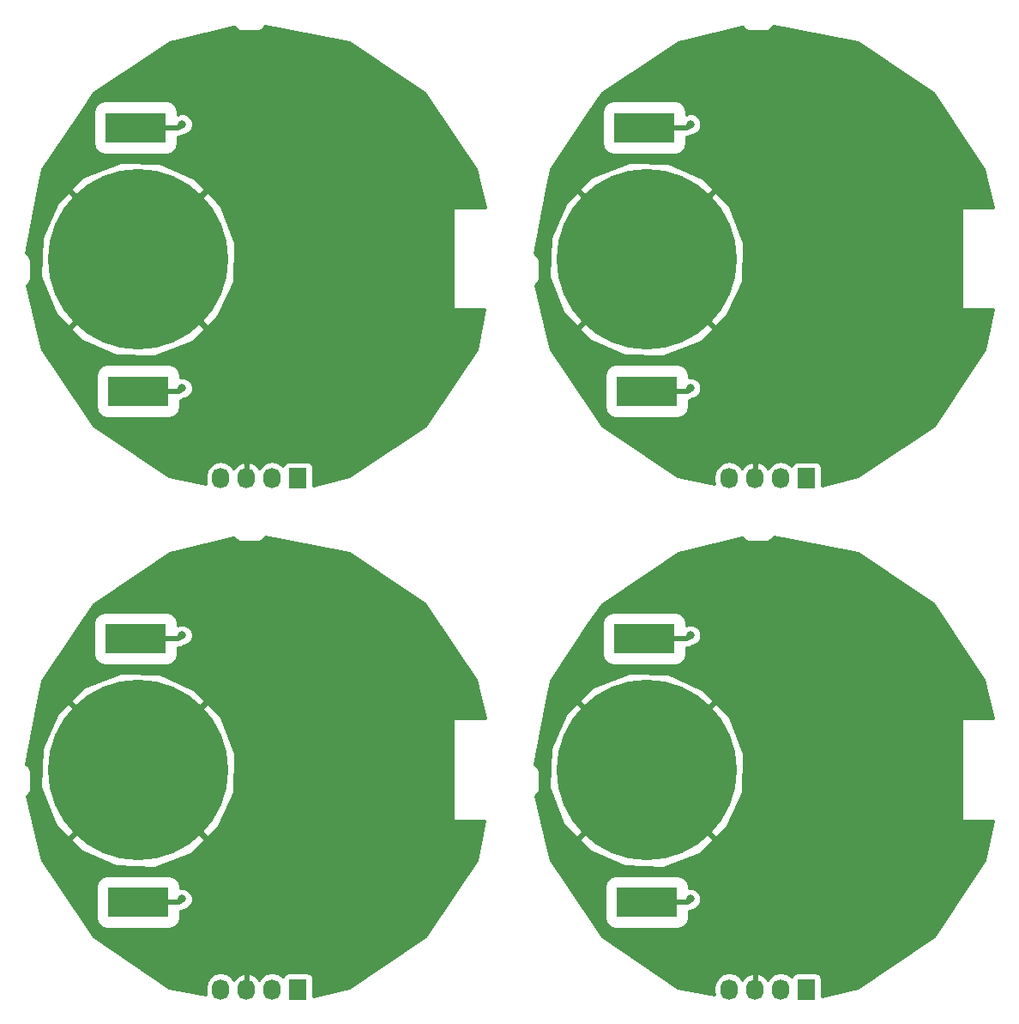
<source format=gbr>
G04 #@! TF.FileFunction,Copper,L2,Bot,Signal*
%FSLAX46Y46*%
G04 Gerber Fmt 4.6, Leading zero omitted, Abs format (unit mm)*
G04 Created by KiCad (PCBNEW 4.1.0-alpha+201607130321+6976~46~ubuntu16.04.1-product) date Wed Aug  3 15:05:52 2016*
%MOMM*%
%LPD*%
G01*
G04 APERTURE LIST*
%ADD10C,0.100000*%
%ADD11R,1.727200X2.032000*%
%ADD12O,1.727200X2.032000*%
%ADD13R,6.000000X3.000000*%
%ADD14C,17.800000*%
%ADD15C,0.800000*%
%ADD16C,0.500000*%
%ADD17C,0.254000*%
G04 APERTURE END LIST*
D10*
D11*
X129000000Y-112600000D03*
D12*
X126460000Y-112600000D03*
X123920000Y-112600000D03*
X121380000Y-112600000D03*
D13*
X113000000Y-78000000D03*
X113200000Y-104000000D03*
D14*
X113200000Y-91000000D03*
D13*
X62800000Y-78000000D03*
X63000000Y-104000000D03*
D14*
X63000000Y-91000000D03*
D11*
X78800000Y-112600000D03*
D12*
X76260000Y-112600000D03*
X73720000Y-112600000D03*
X71180000Y-112600000D03*
D13*
X113000000Y-128400000D03*
X113200000Y-154400000D03*
D14*
X113200000Y-141400000D03*
D11*
X129000000Y-163000000D03*
D12*
X126460000Y-163000000D03*
X123920000Y-163000000D03*
X121380000Y-163000000D03*
D11*
X78800000Y-163000000D03*
D12*
X76260000Y-163000000D03*
X73720000Y-163000000D03*
X71180000Y-163000000D03*
D13*
X62800000Y-128400000D03*
X63000000Y-154400000D03*
D14*
X63000000Y-141400000D03*
D15*
X117580000Y-103700000D03*
X117580000Y-77665000D03*
X67380000Y-77665000D03*
X67380000Y-103700000D03*
X117580000Y-128065000D03*
X117580000Y-154100000D03*
X67380000Y-154100000D03*
X67380000Y-128065000D03*
D16*
X117280000Y-104000000D02*
X113200000Y-104000000D01*
X117580000Y-103700000D02*
X117280000Y-104000000D01*
X113000000Y-78000000D02*
X117245000Y-78000000D01*
X117245000Y-78000000D02*
X117580000Y-77665000D01*
X67045000Y-78000000D02*
X67380000Y-77665000D01*
X62800000Y-78000000D02*
X67045000Y-78000000D01*
X67380000Y-103700000D02*
X67080000Y-104000000D01*
X67080000Y-104000000D02*
X63000000Y-104000000D01*
X117245000Y-128400000D02*
X117580000Y-128065000D01*
X113000000Y-128400000D02*
X117245000Y-128400000D01*
X117580000Y-154100000D02*
X117280000Y-154400000D01*
X117280000Y-154400000D02*
X113200000Y-154400000D01*
X67080000Y-154400000D02*
X63000000Y-154400000D01*
X67380000Y-154100000D02*
X67080000Y-154400000D01*
X62800000Y-128400000D02*
X67045000Y-128400000D01*
X67045000Y-128400000D02*
X67380000Y-128065000D01*
D17*
G36*
X83839840Y-119958732D02*
X91333897Y-124966100D01*
X96351117Y-132474898D01*
X97280506Y-136273000D01*
X94200000Y-136273000D01*
X94151399Y-136282667D01*
X94110197Y-136310197D01*
X94082667Y-136351399D01*
X94073000Y-136400000D01*
X94073000Y-146200000D01*
X94082667Y-146248601D01*
X94110197Y-146289803D01*
X94151399Y-146317333D01*
X94200000Y-146327000D01*
X97219580Y-146327000D01*
X96433656Y-150278108D01*
X91404609Y-157804609D01*
X83863368Y-162843505D01*
X80311040Y-163712754D01*
X80311040Y-161984000D01*
X80261757Y-161736235D01*
X80121409Y-161526191D01*
X79911365Y-161385843D01*
X79663600Y-161336560D01*
X77936400Y-161336560D01*
X77688635Y-161385843D01*
X77478591Y-161526191D01*
X77338243Y-161736235D01*
X77331016Y-161772566D01*
X77319670Y-161755585D01*
X76833489Y-161430729D01*
X76260000Y-161316655D01*
X75686511Y-161430729D01*
X75200330Y-161755585D01*
X74993539Y-162065069D01*
X74622036Y-161649268D01*
X74094791Y-161395291D01*
X74079026Y-161392642D01*
X73847000Y-161513783D01*
X73847000Y-162873000D01*
X73867000Y-162873000D01*
X73867000Y-163127000D01*
X73847000Y-163127000D01*
X73847000Y-163147000D01*
X73593000Y-163147000D01*
X73593000Y-163127000D01*
X73573000Y-163127000D01*
X73573000Y-162873000D01*
X73593000Y-162873000D01*
X73593000Y-161513783D01*
X73360974Y-161392642D01*
X73345209Y-161395291D01*
X72817964Y-161649268D01*
X72446461Y-162065069D01*
X72239670Y-161755585D01*
X71753489Y-161430729D01*
X71180000Y-161316655D01*
X70606511Y-161430729D01*
X70120330Y-161755585D01*
X69795474Y-162241766D01*
X69681400Y-162815255D01*
X69681400Y-163184745D01*
X69755325Y-163556391D01*
X66121892Y-162833656D01*
X58595391Y-157804609D01*
X55318237Y-152900000D01*
X58850921Y-152900000D01*
X58850921Y-155900000D01*
X58938389Y-156339733D01*
X59187478Y-156712522D01*
X59560267Y-156961611D01*
X60000000Y-157049079D01*
X66000000Y-157049079D01*
X66439733Y-156961611D01*
X66812522Y-156712522D01*
X67061611Y-156339733D01*
X67149079Y-155900000D01*
X67149079Y-155271260D01*
X67362484Y-155228810D01*
X67418675Y-155217633D01*
X67542133Y-155135142D01*
X67584971Y-155135179D01*
X67965515Y-154977942D01*
X68256919Y-154687046D01*
X68414820Y-154306777D01*
X68415179Y-153895029D01*
X68257942Y-153514485D01*
X67967046Y-153223081D01*
X67586777Y-153065180D01*
X67175029Y-153064821D01*
X67149079Y-153075543D01*
X67149079Y-152900000D01*
X67061611Y-152460267D01*
X66812522Y-152087478D01*
X66439733Y-151838389D01*
X66000000Y-151750921D01*
X60000000Y-151750921D01*
X59560267Y-151838389D01*
X59187478Y-152087478D01*
X58938389Y-152460267D01*
X58850921Y-152900000D01*
X55318237Y-152900000D01*
X53556887Y-150263954D01*
X53068117Y-148251305D01*
X56328300Y-148251305D01*
X57388901Y-149339080D01*
X60854175Y-150882028D01*
X64646131Y-150981423D01*
X68187479Y-149622134D01*
X68611099Y-149339080D01*
X69671700Y-148251305D01*
X63000000Y-141579605D01*
X56328300Y-148251305D01*
X53068117Y-148251305D01*
X52018794Y-143930430D01*
X52072372Y-143908292D01*
X52307466Y-143673607D01*
X52434855Y-143366821D01*
X52435134Y-143046131D01*
X53418577Y-143046131D01*
X54777866Y-146587479D01*
X55060920Y-147011099D01*
X56148695Y-148071700D01*
X62820395Y-141400000D01*
X63179605Y-141400000D01*
X69851305Y-148071700D01*
X70939080Y-147011099D01*
X72482028Y-143545825D01*
X72581423Y-139753869D01*
X71222134Y-136212521D01*
X70939080Y-135788901D01*
X69851305Y-134728300D01*
X63179605Y-141400000D01*
X62820395Y-141400000D01*
X56148695Y-134728300D01*
X55060920Y-135788901D01*
X53517972Y-139254175D01*
X53418577Y-143046131D01*
X52435134Y-143046131D01*
X52435145Y-143034637D01*
X52420955Y-143000295D01*
X52434855Y-142966821D01*
X52435145Y-142634637D01*
X52420955Y-142600295D01*
X52434855Y-142566821D01*
X52435145Y-142234637D01*
X52420955Y-142200295D01*
X52434855Y-142166821D01*
X52435145Y-141834637D01*
X52420955Y-141800295D01*
X52434855Y-141766821D01*
X52435145Y-141434637D01*
X52308292Y-141127628D01*
X52073607Y-140892534D01*
X51927000Y-140831657D01*
X51927000Y-140800000D01*
X51923363Y-140781715D01*
X53163187Y-134548695D01*
X56328300Y-134548695D01*
X63000000Y-141220395D01*
X69671700Y-134548695D01*
X68611099Y-133460920D01*
X65145825Y-131917972D01*
X61353869Y-131818577D01*
X57812521Y-133177866D01*
X57388901Y-133460920D01*
X56328300Y-134548695D01*
X53163187Y-134548695D01*
X53566344Y-132521892D01*
X57322771Y-126900000D01*
X58650921Y-126900000D01*
X58650921Y-129900000D01*
X58738389Y-130339733D01*
X58987478Y-130712522D01*
X59360267Y-130961611D01*
X59800000Y-131049079D01*
X65800000Y-131049079D01*
X66239733Y-130961611D01*
X66612522Y-130712522D01*
X66861611Y-130339733D01*
X66949079Y-129900000D01*
X66949079Y-129285000D01*
X67044995Y-129285000D01*
X67045000Y-129285001D01*
X67327484Y-129228810D01*
X67383675Y-129217633D01*
X67559492Y-129100157D01*
X67584971Y-129100179D01*
X67965515Y-128942942D01*
X68256919Y-128652046D01*
X68414820Y-128271777D01*
X68415179Y-127860029D01*
X68257942Y-127479485D01*
X67967046Y-127188081D01*
X67586777Y-127030180D01*
X67175029Y-127029821D01*
X66949079Y-127123181D01*
X66949079Y-126900000D01*
X66861611Y-126460267D01*
X66612522Y-126087478D01*
X66239733Y-125838389D01*
X65800000Y-125750921D01*
X59800000Y-125750921D01*
X59360267Y-125838389D01*
X58987478Y-126087478D01*
X58738389Y-126460267D01*
X58650921Y-126900000D01*
X57322771Y-126900000D01*
X58595391Y-124995391D01*
X66136632Y-119956495D01*
X72465082Y-118407933D01*
X72491708Y-118472372D01*
X72726393Y-118707466D01*
X73033179Y-118834855D01*
X73365363Y-118835145D01*
X73399705Y-118820955D01*
X73433179Y-118834855D01*
X73765363Y-118835145D01*
X73799705Y-118820955D01*
X73833179Y-118834855D01*
X74165363Y-118835145D01*
X74199705Y-118820955D01*
X74233179Y-118834855D01*
X74565363Y-118835145D01*
X74599705Y-118820955D01*
X74633179Y-118834855D01*
X74965363Y-118835145D01*
X75272372Y-118708292D01*
X75507466Y-118473607D01*
X75573548Y-118314464D01*
X83839840Y-119958732D01*
X83839840Y-119958732D01*
G37*
X83839840Y-119958732D02*
X91333897Y-124966100D01*
X96351117Y-132474898D01*
X97280506Y-136273000D01*
X94200000Y-136273000D01*
X94151399Y-136282667D01*
X94110197Y-136310197D01*
X94082667Y-136351399D01*
X94073000Y-136400000D01*
X94073000Y-146200000D01*
X94082667Y-146248601D01*
X94110197Y-146289803D01*
X94151399Y-146317333D01*
X94200000Y-146327000D01*
X97219580Y-146327000D01*
X96433656Y-150278108D01*
X91404609Y-157804609D01*
X83863368Y-162843505D01*
X80311040Y-163712754D01*
X80311040Y-161984000D01*
X80261757Y-161736235D01*
X80121409Y-161526191D01*
X79911365Y-161385843D01*
X79663600Y-161336560D01*
X77936400Y-161336560D01*
X77688635Y-161385843D01*
X77478591Y-161526191D01*
X77338243Y-161736235D01*
X77331016Y-161772566D01*
X77319670Y-161755585D01*
X76833489Y-161430729D01*
X76260000Y-161316655D01*
X75686511Y-161430729D01*
X75200330Y-161755585D01*
X74993539Y-162065069D01*
X74622036Y-161649268D01*
X74094791Y-161395291D01*
X74079026Y-161392642D01*
X73847000Y-161513783D01*
X73847000Y-162873000D01*
X73867000Y-162873000D01*
X73867000Y-163127000D01*
X73847000Y-163127000D01*
X73847000Y-163147000D01*
X73593000Y-163147000D01*
X73593000Y-163127000D01*
X73573000Y-163127000D01*
X73573000Y-162873000D01*
X73593000Y-162873000D01*
X73593000Y-161513783D01*
X73360974Y-161392642D01*
X73345209Y-161395291D01*
X72817964Y-161649268D01*
X72446461Y-162065069D01*
X72239670Y-161755585D01*
X71753489Y-161430729D01*
X71180000Y-161316655D01*
X70606511Y-161430729D01*
X70120330Y-161755585D01*
X69795474Y-162241766D01*
X69681400Y-162815255D01*
X69681400Y-163184745D01*
X69755325Y-163556391D01*
X66121892Y-162833656D01*
X58595391Y-157804609D01*
X55318237Y-152900000D01*
X58850921Y-152900000D01*
X58850921Y-155900000D01*
X58938389Y-156339733D01*
X59187478Y-156712522D01*
X59560267Y-156961611D01*
X60000000Y-157049079D01*
X66000000Y-157049079D01*
X66439733Y-156961611D01*
X66812522Y-156712522D01*
X67061611Y-156339733D01*
X67149079Y-155900000D01*
X67149079Y-155271260D01*
X67362484Y-155228810D01*
X67418675Y-155217633D01*
X67542133Y-155135142D01*
X67584971Y-155135179D01*
X67965515Y-154977942D01*
X68256919Y-154687046D01*
X68414820Y-154306777D01*
X68415179Y-153895029D01*
X68257942Y-153514485D01*
X67967046Y-153223081D01*
X67586777Y-153065180D01*
X67175029Y-153064821D01*
X67149079Y-153075543D01*
X67149079Y-152900000D01*
X67061611Y-152460267D01*
X66812522Y-152087478D01*
X66439733Y-151838389D01*
X66000000Y-151750921D01*
X60000000Y-151750921D01*
X59560267Y-151838389D01*
X59187478Y-152087478D01*
X58938389Y-152460267D01*
X58850921Y-152900000D01*
X55318237Y-152900000D01*
X53556887Y-150263954D01*
X53068117Y-148251305D01*
X56328300Y-148251305D01*
X57388901Y-149339080D01*
X60854175Y-150882028D01*
X64646131Y-150981423D01*
X68187479Y-149622134D01*
X68611099Y-149339080D01*
X69671700Y-148251305D01*
X63000000Y-141579605D01*
X56328300Y-148251305D01*
X53068117Y-148251305D01*
X52018794Y-143930430D01*
X52072372Y-143908292D01*
X52307466Y-143673607D01*
X52434855Y-143366821D01*
X52435134Y-143046131D01*
X53418577Y-143046131D01*
X54777866Y-146587479D01*
X55060920Y-147011099D01*
X56148695Y-148071700D01*
X62820395Y-141400000D01*
X63179605Y-141400000D01*
X69851305Y-148071700D01*
X70939080Y-147011099D01*
X72482028Y-143545825D01*
X72581423Y-139753869D01*
X71222134Y-136212521D01*
X70939080Y-135788901D01*
X69851305Y-134728300D01*
X63179605Y-141400000D01*
X62820395Y-141400000D01*
X56148695Y-134728300D01*
X55060920Y-135788901D01*
X53517972Y-139254175D01*
X53418577Y-143046131D01*
X52435134Y-143046131D01*
X52435145Y-143034637D01*
X52420955Y-143000295D01*
X52434855Y-142966821D01*
X52435145Y-142634637D01*
X52420955Y-142600295D01*
X52434855Y-142566821D01*
X52435145Y-142234637D01*
X52420955Y-142200295D01*
X52434855Y-142166821D01*
X52435145Y-141834637D01*
X52420955Y-141800295D01*
X52434855Y-141766821D01*
X52435145Y-141434637D01*
X52308292Y-141127628D01*
X52073607Y-140892534D01*
X51927000Y-140831657D01*
X51927000Y-140800000D01*
X51923363Y-140781715D01*
X53163187Y-134548695D01*
X56328300Y-134548695D01*
X63000000Y-141220395D01*
X69671700Y-134548695D01*
X68611099Y-133460920D01*
X65145825Y-131917972D01*
X61353869Y-131818577D01*
X57812521Y-133177866D01*
X57388901Y-133460920D01*
X56328300Y-134548695D01*
X53163187Y-134548695D01*
X53566344Y-132521892D01*
X57322771Y-126900000D01*
X58650921Y-126900000D01*
X58650921Y-129900000D01*
X58738389Y-130339733D01*
X58987478Y-130712522D01*
X59360267Y-130961611D01*
X59800000Y-131049079D01*
X65800000Y-131049079D01*
X66239733Y-130961611D01*
X66612522Y-130712522D01*
X66861611Y-130339733D01*
X66949079Y-129900000D01*
X66949079Y-129285000D01*
X67044995Y-129285000D01*
X67045000Y-129285001D01*
X67327484Y-129228810D01*
X67383675Y-129217633D01*
X67559492Y-129100157D01*
X67584971Y-129100179D01*
X67965515Y-128942942D01*
X68256919Y-128652046D01*
X68414820Y-128271777D01*
X68415179Y-127860029D01*
X68257942Y-127479485D01*
X67967046Y-127188081D01*
X67586777Y-127030180D01*
X67175029Y-127029821D01*
X66949079Y-127123181D01*
X66949079Y-126900000D01*
X66861611Y-126460267D01*
X66612522Y-126087478D01*
X66239733Y-125838389D01*
X65800000Y-125750921D01*
X59800000Y-125750921D01*
X59360267Y-125838389D01*
X58987478Y-126087478D01*
X58738389Y-126460267D01*
X58650921Y-126900000D01*
X57322771Y-126900000D01*
X58595391Y-124995391D01*
X66136632Y-119956495D01*
X72465082Y-118407933D01*
X72491708Y-118472372D01*
X72726393Y-118707466D01*
X73033179Y-118834855D01*
X73365363Y-118835145D01*
X73399705Y-118820955D01*
X73433179Y-118834855D01*
X73765363Y-118835145D01*
X73799705Y-118820955D01*
X73833179Y-118834855D01*
X74165363Y-118835145D01*
X74199705Y-118820955D01*
X74233179Y-118834855D01*
X74565363Y-118835145D01*
X74599705Y-118820955D01*
X74633179Y-118834855D01*
X74965363Y-118835145D01*
X75272372Y-118708292D01*
X75507466Y-118473607D01*
X75573548Y-118314464D01*
X83839840Y-119958732D01*
G36*
X134039840Y-119958732D02*
X141533897Y-124966100D01*
X146551117Y-132474898D01*
X147480506Y-136273000D01*
X144400000Y-136273000D01*
X144351399Y-136282667D01*
X144310197Y-136310197D01*
X144282667Y-136351399D01*
X144273000Y-136400000D01*
X144273000Y-146200000D01*
X144282667Y-146248601D01*
X144310197Y-146289803D01*
X144351399Y-146317333D01*
X144400000Y-146327000D01*
X147419580Y-146327000D01*
X146633656Y-150278108D01*
X141604609Y-157804609D01*
X134063368Y-162843505D01*
X130511040Y-163712754D01*
X130511040Y-161984000D01*
X130461757Y-161736235D01*
X130321409Y-161526191D01*
X130111365Y-161385843D01*
X129863600Y-161336560D01*
X128136400Y-161336560D01*
X127888635Y-161385843D01*
X127678591Y-161526191D01*
X127538243Y-161736235D01*
X127531016Y-161772566D01*
X127519670Y-161755585D01*
X127033489Y-161430729D01*
X126460000Y-161316655D01*
X125886511Y-161430729D01*
X125400330Y-161755585D01*
X125193539Y-162065069D01*
X124822036Y-161649268D01*
X124294791Y-161395291D01*
X124279026Y-161392642D01*
X124047000Y-161513783D01*
X124047000Y-162873000D01*
X124067000Y-162873000D01*
X124067000Y-163127000D01*
X124047000Y-163127000D01*
X124047000Y-163147000D01*
X123793000Y-163147000D01*
X123793000Y-163127000D01*
X123773000Y-163127000D01*
X123773000Y-162873000D01*
X123793000Y-162873000D01*
X123793000Y-161513783D01*
X123560974Y-161392642D01*
X123545209Y-161395291D01*
X123017964Y-161649268D01*
X122646461Y-162065069D01*
X122439670Y-161755585D01*
X121953489Y-161430729D01*
X121380000Y-161316655D01*
X120806511Y-161430729D01*
X120320330Y-161755585D01*
X119995474Y-162241766D01*
X119881400Y-162815255D01*
X119881400Y-163184745D01*
X119955325Y-163556391D01*
X116321892Y-162833656D01*
X108795391Y-157804609D01*
X105518237Y-152900000D01*
X109050921Y-152900000D01*
X109050921Y-155900000D01*
X109138389Y-156339733D01*
X109387478Y-156712522D01*
X109760267Y-156961611D01*
X110200000Y-157049079D01*
X116200000Y-157049079D01*
X116639733Y-156961611D01*
X117012522Y-156712522D01*
X117261611Y-156339733D01*
X117349079Y-155900000D01*
X117349079Y-155271260D01*
X117562484Y-155228810D01*
X117618675Y-155217633D01*
X117742133Y-155135142D01*
X117784971Y-155135179D01*
X118165515Y-154977942D01*
X118456919Y-154687046D01*
X118614820Y-154306777D01*
X118615179Y-153895029D01*
X118457942Y-153514485D01*
X118167046Y-153223081D01*
X117786777Y-153065180D01*
X117375029Y-153064821D01*
X117349079Y-153075543D01*
X117349079Y-152900000D01*
X117261611Y-152460267D01*
X117012522Y-152087478D01*
X116639733Y-151838389D01*
X116200000Y-151750921D01*
X110200000Y-151750921D01*
X109760267Y-151838389D01*
X109387478Y-152087478D01*
X109138389Y-152460267D01*
X109050921Y-152900000D01*
X105518237Y-152900000D01*
X103756887Y-150263954D01*
X103268117Y-148251305D01*
X106528300Y-148251305D01*
X107588901Y-149339080D01*
X111054175Y-150882028D01*
X114846131Y-150981423D01*
X118387479Y-149622134D01*
X118811099Y-149339080D01*
X119871700Y-148251305D01*
X113200000Y-141579605D01*
X106528300Y-148251305D01*
X103268117Y-148251305D01*
X102218794Y-143930430D01*
X102272372Y-143908292D01*
X102507466Y-143673607D01*
X102634855Y-143366821D01*
X102635134Y-143046131D01*
X103618577Y-143046131D01*
X104977866Y-146587479D01*
X105260920Y-147011099D01*
X106348695Y-148071700D01*
X113020395Y-141400000D01*
X113379605Y-141400000D01*
X120051305Y-148071700D01*
X121139080Y-147011099D01*
X122682028Y-143545825D01*
X122781423Y-139753869D01*
X121422134Y-136212521D01*
X121139080Y-135788901D01*
X120051305Y-134728300D01*
X113379605Y-141400000D01*
X113020395Y-141400000D01*
X106348695Y-134728300D01*
X105260920Y-135788901D01*
X103717972Y-139254175D01*
X103618577Y-143046131D01*
X102635134Y-143046131D01*
X102635145Y-143034637D01*
X102620955Y-143000295D01*
X102634855Y-142966821D01*
X102635145Y-142634637D01*
X102620955Y-142600295D01*
X102634855Y-142566821D01*
X102635145Y-142234637D01*
X102620955Y-142200295D01*
X102634855Y-142166821D01*
X102635145Y-141834637D01*
X102620955Y-141800295D01*
X102634855Y-141766821D01*
X102635145Y-141434637D01*
X102508292Y-141127628D01*
X102273607Y-140892534D01*
X102127000Y-140831657D01*
X102127000Y-140800000D01*
X102123363Y-140781715D01*
X103363187Y-134548695D01*
X106528300Y-134548695D01*
X113200000Y-141220395D01*
X119871700Y-134548695D01*
X118811099Y-133460920D01*
X115345825Y-131917972D01*
X111553869Y-131818577D01*
X108012521Y-133177866D01*
X107588901Y-133460920D01*
X106528300Y-134548695D01*
X103363187Y-134548695D01*
X103766344Y-132521892D01*
X107522771Y-126900000D01*
X108850921Y-126900000D01*
X108850921Y-129900000D01*
X108938389Y-130339733D01*
X109187478Y-130712522D01*
X109560267Y-130961611D01*
X110000000Y-131049079D01*
X116000000Y-131049079D01*
X116439733Y-130961611D01*
X116812522Y-130712522D01*
X117061611Y-130339733D01*
X117149079Y-129900000D01*
X117149079Y-129285000D01*
X117244995Y-129285000D01*
X117245000Y-129285001D01*
X117527484Y-129228810D01*
X117583675Y-129217633D01*
X117759492Y-129100157D01*
X117784971Y-129100179D01*
X118165515Y-128942942D01*
X118456919Y-128652046D01*
X118614820Y-128271777D01*
X118615179Y-127860029D01*
X118457942Y-127479485D01*
X118167046Y-127188081D01*
X117786777Y-127030180D01*
X117375029Y-127029821D01*
X117149079Y-127123181D01*
X117149079Y-126900000D01*
X117061611Y-126460267D01*
X116812522Y-126087478D01*
X116439733Y-125838389D01*
X116000000Y-125750921D01*
X110000000Y-125750921D01*
X109560267Y-125838389D01*
X109187478Y-126087478D01*
X108938389Y-126460267D01*
X108850921Y-126900000D01*
X107522771Y-126900000D01*
X108795391Y-124995391D01*
X116336632Y-119956495D01*
X122665082Y-118407933D01*
X122691708Y-118472372D01*
X122926393Y-118707466D01*
X123233179Y-118834855D01*
X123565363Y-118835145D01*
X123599705Y-118820955D01*
X123633179Y-118834855D01*
X123965363Y-118835145D01*
X123999705Y-118820955D01*
X124033179Y-118834855D01*
X124365363Y-118835145D01*
X124399705Y-118820955D01*
X124433179Y-118834855D01*
X124765363Y-118835145D01*
X124799705Y-118820955D01*
X124833179Y-118834855D01*
X125165363Y-118835145D01*
X125472372Y-118708292D01*
X125707466Y-118473607D01*
X125773548Y-118314464D01*
X134039840Y-119958732D01*
X134039840Y-119958732D01*
G37*
X134039840Y-119958732D02*
X141533897Y-124966100D01*
X146551117Y-132474898D01*
X147480506Y-136273000D01*
X144400000Y-136273000D01*
X144351399Y-136282667D01*
X144310197Y-136310197D01*
X144282667Y-136351399D01*
X144273000Y-136400000D01*
X144273000Y-146200000D01*
X144282667Y-146248601D01*
X144310197Y-146289803D01*
X144351399Y-146317333D01*
X144400000Y-146327000D01*
X147419580Y-146327000D01*
X146633656Y-150278108D01*
X141604609Y-157804609D01*
X134063368Y-162843505D01*
X130511040Y-163712754D01*
X130511040Y-161984000D01*
X130461757Y-161736235D01*
X130321409Y-161526191D01*
X130111365Y-161385843D01*
X129863600Y-161336560D01*
X128136400Y-161336560D01*
X127888635Y-161385843D01*
X127678591Y-161526191D01*
X127538243Y-161736235D01*
X127531016Y-161772566D01*
X127519670Y-161755585D01*
X127033489Y-161430729D01*
X126460000Y-161316655D01*
X125886511Y-161430729D01*
X125400330Y-161755585D01*
X125193539Y-162065069D01*
X124822036Y-161649268D01*
X124294791Y-161395291D01*
X124279026Y-161392642D01*
X124047000Y-161513783D01*
X124047000Y-162873000D01*
X124067000Y-162873000D01*
X124067000Y-163127000D01*
X124047000Y-163127000D01*
X124047000Y-163147000D01*
X123793000Y-163147000D01*
X123793000Y-163127000D01*
X123773000Y-163127000D01*
X123773000Y-162873000D01*
X123793000Y-162873000D01*
X123793000Y-161513783D01*
X123560974Y-161392642D01*
X123545209Y-161395291D01*
X123017964Y-161649268D01*
X122646461Y-162065069D01*
X122439670Y-161755585D01*
X121953489Y-161430729D01*
X121380000Y-161316655D01*
X120806511Y-161430729D01*
X120320330Y-161755585D01*
X119995474Y-162241766D01*
X119881400Y-162815255D01*
X119881400Y-163184745D01*
X119955325Y-163556391D01*
X116321892Y-162833656D01*
X108795391Y-157804609D01*
X105518237Y-152900000D01*
X109050921Y-152900000D01*
X109050921Y-155900000D01*
X109138389Y-156339733D01*
X109387478Y-156712522D01*
X109760267Y-156961611D01*
X110200000Y-157049079D01*
X116200000Y-157049079D01*
X116639733Y-156961611D01*
X117012522Y-156712522D01*
X117261611Y-156339733D01*
X117349079Y-155900000D01*
X117349079Y-155271260D01*
X117562484Y-155228810D01*
X117618675Y-155217633D01*
X117742133Y-155135142D01*
X117784971Y-155135179D01*
X118165515Y-154977942D01*
X118456919Y-154687046D01*
X118614820Y-154306777D01*
X118615179Y-153895029D01*
X118457942Y-153514485D01*
X118167046Y-153223081D01*
X117786777Y-153065180D01*
X117375029Y-153064821D01*
X117349079Y-153075543D01*
X117349079Y-152900000D01*
X117261611Y-152460267D01*
X117012522Y-152087478D01*
X116639733Y-151838389D01*
X116200000Y-151750921D01*
X110200000Y-151750921D01*
X109760267Y-151838389D01*
X109387478Y-152087478D01*
X109138389Y-152460267D01*
X109050921Y-152900000D01*
X105518237Y-152900000D01*
X103756887Y-150263954D01*
X103268117Y-148251305D01*
X106528300Y-148251305D01*
X107588901Y-149339080D01*
X111054175Y-150882028D01*
X114846131Y-150981423D01*
X118387479Y-149622134D01*
X118811099Y-149339080D01*
X119871700Y-148251305D01*
X113200000Y-141579605D01*
X106528300Y-148251305D01*
X103268117Y-148251305D01*
X102218794Y-143930430D01*
X102272372Y-143908292D01*
X102507466Y-143673607D01*
X102634855Y-143366821D01*
X102635134Y-143046131D01*
X103618577Y-143046131D01*
X104977866Y-146587479D01*
X105260920Y-147011099D01*
X106348695Y-148071700D01*
X113020395Y-141400000D01*
X113379605Y-141400000D01*
X120051305Y-148071700D01*
X121139080Y-147011099D01*
X122682028Y-143545825D01*
X122781423Y-139753869D01*
X121422134Y-136212521D01*
X121139080Y-135788901D01*
X120051305Y-134728300D01*
X113379605Y-141400000D01*
X113020395Y-141400000D01*
X106348695Y-134728300D01*
X105260920Y-135788901D01*
X103717972Y-139254175D01*
X103618577Y-143046131D01*
X102635134Y-143046131D01*
X102635145Y-143034637D01*
X102620955Y-143000295D01*
X102634855Y-142966821D01*
X102635145Y-142634637D01*
X102620955Y-142600295D01*
X102634855Y-142566821D01*
X102635145Y-142234637D01*
X102620955Y-142200295D01*
X102634855Y-142166821D01*
X102635145Y-141834637D01*
X102620955Y-141800295D01*
X102634855Y-141766821D01*
X102635145Y-141434637D01*
X102508292Y-141127628D01*
X102273607Y-140892534D01*
X102127000Y-140831657D01*
X102127000Y-140800000D01*
X102123363Y-140781715D01*
X103363187Y-134548695D01*
X106528300Y-134548695D01*
X113200000Y-141220395D01*
X119871700Y-134548695D01*
X118811099Y-133460920D01*
X115345825Y-131917972D01*
X111553869Y-131818577D01*
X108012521Y-133177866D01*
X107588901Y-133460920D01*
X106528300Y-134548695D01*
X103363187Y-134548695D01*
X103766344Y-132521892D01*
X107522771Y-126900000D01*
X108850921Y-126900000D01*
X108850921Y-129900000D01*
X108938389Y-130339733D01*
X109187478Y-130712522D01*
X109560267Y-130961611D01*
X110000000Y-131049079D01*
X116000000Y-131049079D01*
X116439733Y-130961611D01*
X116812522Y-130712522D01*
X117061611Y-130339733D01*
X117149079Y-129900000D01*
X117149079Y-129285000D01*
X117244995Y-129285000D01*
X117245000Y-129285001D01*
X117527484Y-129228810D01*
X117583675Y-129217633D01*
X117759492Y-129100157D01*
X117784971Y-129100179D01*
X118165515Y-128942942D01*
X118456919Y-128652046D01*
X118614820Y-128271777D01*
X118615179Y-127860029D01*
X118457942Y-127479485D01*
X118167046Y-127188081D01*
X117786777Y-127030180D01*
X117375029Y-127029821D01*
X117149079Y-127123181D01*
X117149079Y-126900000D01*
X117061611Y-126460267D01*
X116812522Y-126087478D01*
X116439733Y-125838389D01*
X116000000Y-125750921D01*
X110000000Y-125750921D01*
X109560267Y-125838389D01*
X109187478Y-126087478D01*
X108938389Y-126460267D01*
X108850921Y-126900000D01*
X107522771Y-126900000D01*
X108795391Y-124995391D01*
X116336632Y-119956495D01*
X122665082Y-118407933D01*
X122691708Y-118472372D01*
X122926393Y-118707466D01*
X123233179Y-118834855D01*
X123565363Y-118835145D01*
X123599705Y-118820955D01*
X123633179Y-118834855D01*
X123965363Y-118835145D01*
X123999705Y-118820955D01*
X124033179Y-118834855D01*
X124365363Y-118835145D01*
X124399705Y-118820955D01*
X124433179Y-118834855D01*
X124765363Y-118835145D01*
X124799705Y-118820955D01*
X124833179Y-118834855D01*
X125165363Y-118835145D01*
X125472372Y-118708292D01*
X125707466Y-118473607D01*
X125773548Y-118314464D01*
X134039840Y-119958732D01*
G36*
X83839840Y-69558732D02*
X91333897Y-74566100D01*
X96351117Y-82074898D01*
X97280506Y-85873000D01*
X94200000Y-85873000D01*
X94151399Y-85882667D01*
X94110197Y-85910197D01*
X94082667Y-85951399D01*
X94073000Y-86000000D01*
X94073000Y-95800000D01*
X94082667Y-95848601D01*
X94110197Y-95889803D01*
X94151399Y-95917333D01*
X94200000Y-95927000D01*
X97219580Y-95927000D01*
X96433656Y-99878108D01*
X91404609Y-107404609D01*
X83863368Y-112443505D01*
X80311040Y-113312754D01*
X80311040Y-111584000D01*
X80261757Y-111336235D01*
X80121409Y-111126191D01*
X79911365Y-110985843D01*
X79663600Y-110936560D01*
X77936400Y-110936560D01*
X77688635Y-110985843D01*
X77478591Y-111126191D01*
X77338243Y-111336235D01*
X77331016Y-111372566D01*
X77319670Y-111355585D01*
X76833489Y-111030729D01*
X76260000Y-110916655D01*
X75686511Y-111030729D01*
X75200330Y-111355585D01*
X74993539Y-111665069D01*
X74622036Y-111249268D01*
X74094791Y-110995291D01*
X74079026Y-110992642D01*
X73847000Y-111113783D01*
X73847000Y-112473000D01*
X73867000Y-112473000D01*
X73867000Y-112727000D01*
X73847000Y-112727000D01*
X73847000Y-112747000D01*
X73593000Y-112747000D01*
X73593000Y-112727000D01*
X73573000Y-112727000D01*
X73573000Y-112473000D01*
X73593000Y-112473000D01*
X73593000Y-111113783D01*
X73360974Y-110992642D01*
X73345209Y-110995291D01*
X72817964Y-111249268D01*
X72446461Y-111665069D01*
X72239670Y-111355585D01*
X71753489Y-111030729D01*
X71180000Y-110916655D01*
X70606511Y-111030729D01*
X70120330Y-111355585D01*
X69795474Y-111841766D01*
X69681400Y-112415255D01*
X69681400Y-112784745D01*
X69755325Y-113156391D01*
X66121892Y-112433656D01*
X58595391Y-107404609D01*
X55318237Y-102500000D01*
X58850921Y-102500000D01*
X58850921Y-105500000D01*
X58938389Y-105939733D01*
X59187478Y-106312522D01*
X59560267Y-106561611D01*
X60000000Y-106649079D01*
X66000000Y-106649079D01*
X66439733Y-106561611D01*
X66812522Y-106312522D01*
X67061611Y-105939733D01*
X67149079Y-105500000D01*
X67149079Y-104871260D01*
X67362484Y-104828810D01*
X67418675Y-104817633D01*
X67542133Y-104735142D01*
X67584971Y-104735179D01*
X67965515Y-104577942D01*
X68256919Y-104287046D01*
X68414820Y-103906777D01*
X68415179Y-103495029D01*
X68257942Y-103114485D01*
X67967046Y-102823081D01*
X67586777Y-102665180D01*
X67175029Y-102664821D01*
X67149079Y-102675543D01*
X67149079Y-102500000D01*
X67061611Y-102060267D01*
X66812522Y-101687478D01*
X66439733Y-101438389D01*
X66000000Y-101350921D01*
X60000000Y-101350921D01*
X59560267Y-101438389D01*
X59187478Y-101687478D01*
X58938389Y-102060267D01*
X58850921Y-102500000D01*
X55318237Y-102500000D01*
X53556887Y-99863954D01*
X53068117Y-97851305D01*
X56328300Y-97851305D01*
X57388901Y-98939080D01*
X60854175Y-100482028D01*
X64646131Y-100581423D01*
X68187479Y-99222134D01*
X68611099Y-98939080D01*
X69671700Y-97851305D01*
X63000000Y-91179605D01*
X56328300Y-97851305D01*
X53068117Y-97851305D01*
X52018794Y-93530430D01*
X52072372Y-93508292D01*
X52307466Y-93273607D01*
X52434855Y-92966821D01*
X52435134Y-92646131D01*
X53418577Y-92646131D01*
X54777866Y-96187479D01*
X55060920Y-96611099D01*
X56148695Y-97671700D01*
X62820395Y-91000000D01*
X63179605Y-91000000D01*
X69851305Y-97671700D01*
X70939080Y-96611099D01*
X72482028Y-93145825D01*
X72581423Y-89353869D01*
X71222134Y-85812521D01*
X70939080Y-85388901D01*
X69851305Y-84328300D01*
X63179605Y-91000000D01*
X62820395Y-91000000D01*
X56148695Y-84328300D01*
X55060920Y-85388901D01*
X53517972Y-88854175D01*
X53418577Y-92646131D01*
X52435134Y-92646131D01*
X52435145Y-92634637D01*
X52420955Y-92600295D01*
X52434855Y-92566821D01*
X52435145Y-92234637D01*
X52420955Y-92200295D01*
X52434855Y-92166821D01*
X52435145Y-91834637D01*
X52420955Y-91800295D01*
X52434855Y-91766821D01*
X52435145Y-91434637D01*
X52420955Y-91400295D01*
X52434855Y-91366821D01*
X52435145Y-91034637D01*
X52308292Y-90727628D01*
X52073607Y-90492534D01*
X51927000Y-90431657D01*
X51927000Y-90400000D01*
X51923363Y-90381715D01*
X53163187Y-84148695D01*
X56328300Y-84148695D01*
X63000000Y-90820395D01*
X69671700Y-84148695D01*
X68611099Y-83060920D01*
X65145825Y-81517972D01*
X61353869Y-81418577D01*
X57812521Y-82777866D01*
X57388901Y-83060920D01*
X56328300Y-84148695D01*
X53163187Y-84148695D01*
X53566344Y-82121892D01*
X57322771Y-76500000D01*
X58650921Y-76500000D01*
X58650921Y-79500000D01*
X58738389Y-79939733D01*
X58987478Y-80312522D01*
X59360267Y-80561611D01*
X59800000Y-80649079D01*
X65800000Y-80649079D01*
X66239733Y-80561611D01*
X66612522Y-80312522D01*
X66861611Y-79939733D01*
X66949079Y-79500000D01*
X66949079Y-78885000D01*
X67044995Y-78885000D01*
X67045000Y-78885001D01*
X67327484Y-78828810D01*
X67383675Y-78817633D01*
X67559492Y-78700157D01*
X67584971Y-78700179D01*
X67965515Y-78542942D01*
X68256919Y-78252046D01*
X68414820Y-77871777D01*
X68415179Y-77460029D01*
X68257942Y-77079485D01*
X67967046Y-76788081D01*
X67586777Y-76630180D01*
X67175029Y-76629821D01*
X66949079Y-76723181D01*
X66949079Y-76500000D01*
X66861611Y-76060267D01*
X66612522Y-75687478D01*
X66239733Y-75438389D01*
X65800000Y-75350921D01*
X59800000Y-75350921D01*
X59360267Y-75438389D01*
X58987478Y-75687478D01*
X58738389Y-76060267D01*
X58650921Y-76500000D01*
X57322771Y-76500000D01*
X58595391Y-74595391D01*
X66136632Y-69556495D01*
X72465082Y-68007933D01*
X72491708Y-68072372D01*
X72726393Y-68307466D01*
X73033179Y-68434855D01*
X73365363Y-68435145D01*
X73399705Y-68420955D01*
X73433179Y-68434855D01*
X73765363Y-68435145D01*
X73799705Y-68420955D01*
X73833179Y-68434855D01*
X74165363Y-68435145D01*
X74199705Y-68420955D01*
X74233179Y-68434855D01*
X74565363Y-68435145D01*
X74599705Y-68420955D01*
X74633179Y-68434855D01*
X74965363Y-68435145D01*
X75272372Y-68308292D01*
X75507466Y-68073607D01*
X75573548Y-67914464D01*
X83839840Y-69558732D01*
X83839840Y-69558732D01*
G37*
X83839840Y-69558732D02*
X91333897Y-74566100D01*
X96351117Y-82074898D01*
X97280506Y-85873000D01*
X94200000Y-85873000D01*
X94151399Y-85882667D01*
X94110197Y-85910197D01*
X94082667Y-85951399D01*
X94073000Y-86000000D01*
X94073000Y-95800000D01*
X94082667Y-95848601D01*
X94110197Y-95889803D01*
X94151399Y-95917333D01*
X94200000Y-95927000D01*
X97219580Y-95927000D01*
X96433656Y-99878108D01*
X91404609Y-107404609D01*
X83863368Y-112443505D01*
X80311040Y-113312754D01*
X80311040Y-111584000D01*
X80261757Y-111336235D01*
X80121409Y-111126191D01*
X79911365Y-110985843D01*
X79663600Y-110936560D01*
X77936400Y-110936560D01*
X77688635Y-110985843D01*
X77478591Y-111126191D01*
X77338243Y-111336235D01*
X77331016Y-111372566D01*
X77319670Y-111355585D01*
X76833489Y-111030729D01*
X76260000Y-110916655D01*
X75686511Y-111030729D01*
X75200330Y-111355585D01*
X74993539Y-111665069D01*
X74622036Y-111249268D01*
X74094791Y-110995291D01*
X74079026Y-110992642D01*
X73847000Y-111113783D01*
X73847000Y-112473000D01*
X73867000Y-112473000D01*
X73867000Y-112727000D01*
X73847000Y-112727000D01*
X73847000Y-112747000D01*
X73593000Y-112747000D01*
X73593000Y-112727000D01*
X73573000Y-112727000D01*
X73573000Y-112473000D01*
X73593000Y-112473000D01*
X73593000Y-111113783D01*
X73360974Y-110992642D01*
X73345209Y-110995291D01*
X72817964Y-111249268D01*
X72446461Y-111665069D01*
X72239670Y-111355585D01*
X71753489Y-111030729D01*
X71180000Y-110916655D01*
X70606511Y-111030729D01*
X70120330Y-111355585D01*
X69795474Y-111841766D01*
X69681400Y-112415255D01*
X69681400Y-112784745D01*
X69755325Y-113156391D01*
X66121892Y-112433656D01*
X58595391Y-107404609D01*
X55318237Y-102500000D01*
X58850921Y-102500000D01*
X58850921Y-105500000D01*
X58938389Y-105939733D01*
X59187478Y-106312522D01*
X59560267Y-106561611D01*
X60000000Y-106649079D01*
X66000000Y-106649079D01*
X66439733Y-106561611D01*
X66812522Y-106312522D01*
X67061611Y-105939733D01*
X67149079Y-105500000D01*
X67149079Y-104871260D01*
X67362484Y-104828810D01*
X67418675Y-104817633D01*
X67542133Y-104735142D01*
X67584971Y-104735179D01*
X67965515Y-104577942D01*
X68256919Y-104287046D01*
X68414820Y-103906777D01*
X68415179Y-103495029D01*
X68257942Y-103114485D01*
X67967046Y-102823081D01*
X67586777Y-102665180D01*
X67175029Y-102664821D01*
X67149079Y-102675543D01*
X67149079Y-102500000D01*
X67061611Y-102060267D01*
X66812522Y-101687478D01*
X66439733Y-101438389D01*
X66000000Y-101350921D01*
X60000000Y-101350921D01*
X59560267Y-101438389D01*
X59187478Y-101687478D01*
X58938389Y-102060267D01*
X58850921Y-102500000D01*
X55318237Y-102500000D01*
X53556887Y-99863954D01*
X53068117Y-97851305D01*
X56328300Y-97851305D01*
X57388901Y-98939080D01*
X60854175Y-100482028D01*
X64646131Y-100581423D01*
X68187479Y-99222134D01*
X68611099Y-98939080D01*
X69671700Y-97851305D01*
X63000000Y-91179605D01*
X56328300Y-97851305D01*
X53068117Y-97851305D01*
X52018794Y-93530430D01*
X52072372Y-93508292D01*
X52307466Y-93273607D01*
X52434855Y-92966821D01*
X52435134Y-92646131D01*
X53418577Y-92646131D01*
X54777866Y-96187479D01*
X55060920Y-96611099D01*
X56148695Y-97671700D01*
X62820395Y-91000000D01*
X63179605Y-91000000D01*
X69851305Y-97671700D01*
X70939080Y-96611099D01*
X72482028Y-93145825D01*
X72581423Y-89353869D01*
X71222134Y-85812521D01*
X70939080Y-85388901D01*
X69851305Y-84328300D01*
X63179605Y-91000000D01*
X62820395Y-91000000D01*
X56148695Y-84328300D01*
X55060920Y-85388901D01*
X53517972Y-88854175D01*
X53418577Y-92646131D01*
X52435134Y-92646131D01*
X52435145Y-92634637D01*
X52420955Y-92600295D01*
X52434855Y-92566821D01*
X52435145Y-92234637D01*
X52420955Y-92200295D01*
X52434855Y-92166821D01*
X52435145Y-91834637D01*
X52420955Y-91800295D01*
X52434855Y-91766821D01*
X52435145Y-91434637D01*
X52420955Y-91400295D01*
X52434855Y-91366821D01*
X52435145Y-91034637D01*
X52308292Y-90727628D01*
X52073607Y-90492534D01*
X51927000Y-90431657D01*
X51927000Y-90400000D01*
X51923363Y-90381715D01*
X53163187Y-84148695D01*
X56328300Y-84148695D01*
X63000000Y-90820395D01*
X69671700Y-84148695D01*
X68611099Y-83060920D01*
X65145825Y-81517972D01*
X61353869Y-81418577D01*
X57812521Y-82777866D01*
X57388901Y-83060920D01*
X56328300Y-84148695D01*
X53163187Y-84148695D01*
X53566344Y-82121892D01*
X57322771Y-76500000D01*
X58650921Y-76500000D01*
X58650921Y-79500000D01*
X58738389Y-79939733D01*
X58987478Y-80312522D01*
X59360267Y-80561611D01*
X59800000Y-80649079D01*
X65800000Y-80649079D01*
X66239733Y-80561611D01*
X66612522Y-80312522D01*
X66861611Y-79939733D01*
X66949079Y-79500000D01*
X66949079Y-78885000D01*
X67044995Y-78885000D01*
X67045000Y-78885001D01*
X67327484Y-78828810D01*
X67383675Y-78817633D01*
X67559492Y-78700157D01*
X67584971Y-78700179D01*
X67965515Y-78542942D01*
X68256919Y-78252046D01*
X68414820Y-77871777D01*
X68415179Y-77460029D01*
X68257942Y-77079485D01*
X67967046Y-76788081D01*
X67586777Y-76630180D01*
X67175029Y-76629821D01*
X66949079Y-76723181D01*
X66949079Y-76500000D01*
X66861611Y-76060267D01*
X66612522Y-75687478D01*
X66239733Y-75438389D01*
X65800000Y-75350921D01*
X59800000Y-75350921D01*
X59360267Y-75438389D01*
X58987478Y-75687478D01*
X58738389Y-76060267D01*
X58650921Y-76500000D01*
X57322771Y-76500000D01*
X58595391Y-74595391D01*
X66136632Y-69556495D01*
X72465082Y-68007933D01*
X72491708Y-68072372D01*
X72726393Y-68307466D01*
X73033179Y-68434855D01*
X73365363Y-68435145D01*
X73399705Y-68420955D01*
X73433179Y-68434855D01*
X73765363Y-68435145D01*
X73799705Y-68420955D01*
X73833179Y-68434855D01*
X74165363Y-68435145D01*
X74199705Y-68420955D01*
X74233179Y-68434855D01*
X74565363Y-68435145D01*
X74599705Y-68420955D01*
X74633179Y-68434855D01*
X74965363Y-68435145D01*
X75272372Y-68308292D01*
X75507466Y-68073607D01*
X75573548Y-67914464D01*
X83839840Y-69558732D01*
G36*
X134039840Y-69558732D02*
X141533897Y-74566100D01*
X146551117Y-82074898D01*
X147480506Y-85873000D01*
X144400000Y-85873000D01*
X144351399Y-85882667D01*
X144310197Y-85910197D01*
X144282667Y-85951399D01*
X144273000Y-86000000D01*
X144273000Y-95800000D01*
X144282667Y-95848601D01*
X144310197Y-95889803D01*
X144351399Y-95917333D01*
X144400000Y-95927000D01*
X147419580Y-95927000D01*
X146633656Y-99878108D01*
X141604609Y-107404609D01*
X134063368Y-112443505D01*
X130511040Y-113312754D01*
X130511040Y-111584000D01*
X130461757Y-111336235D01*
X130321409Y-111126191D01*
X130111365Y-110985843D01*
X129863600Y-110936560D01*
X128136400Y-110936560D01*
X127888635Y-110985843D01*
X127678591Y-111126191D01*
X127538243Y-111336235D01*
X127531016Y-111372566D01*
X127519670Y-111355585D01*
X127033489Y-111030729D01*
X126460000Y-110916655D01*
X125886511Y-111030729D01*
X125400330Y-111355585D01*
X125193539Y-111665069D01*
X124822036Y-111249268D01*
X124294791Y-110995291D01*
X124279026Y-110992642D01*
X124047000Y-111113783D01*
X124047000Y-112473000D01*
X124067000Y-112473000D01*
X124067000Y-112727000D01*
X124047000Y-112727000D01*
X124047000Y-112747000D01*
X123793000Y-112747000D01*
X123793000Y-112727000D01*
X123773000Y-112727000D01*
X123773000Y-112473000D01*
X123793000Y-112473000D01*
X123793000Y-111113783D01*
X123560974Y-110992642D01*
X123545209Y-110995291D01*
X123017964Y-111249268D01*
X122646461Y-111665069D01*
X122439670Y-111355585D01*
X121953489Y-111030729D01*
X121380000Y-110916655D01*
X120806511Y-111030729D01*
X120320330Y-111355585D01*
X119995474Y-111841766D01*
X119881400Y-112415255D01*
X119881400Y-112784745D01*
X119955325Y-113156391D01*
X116321892Y-112433656D01*
X108795391Y-107404609D01*
X105518237Y-102500000D01*
X109050921Y-102500000D01*
X109050921Y-105500000D01*
X109138389Y-105939733D01*
X109387478Y-106312522D01*
X109760267Y-106561611D01*
X110200000Y-106649079D01*
X116200000Y-106649079D01*
X116639733Y-106561611D01*
X117012522Y-106312522D01*
X117261611Y-105939733D01*
X117349079Y-105500000D01*
X117349079Y-104871260D01*
X117562484Y-104828810D01*
X117618675Y-104817633D01*
X117742133Y-104735142D01*
X117784971Y-104735179D01*
X118165515Y-104577942D01*
X118456919Y-104287046D01*
X118614820Y-103906777D01*
X118615179Y-103495029D01*
X118457942Y-103114485D01*
X118167046Y-102823081D01*
X117786777Y-102665180D01*
X117375029Y-102664821D01*
X117349079Y-102675543D01*
X117349079Y-102500000D01*
X117261611Y-102060267D01*
X117012522Y-101687478D01*
X116639733Y-101438389D01*
X116200000Y-101350921D01*
X110200000Y-101350921D01*
X109760267Y-101438389D01*
X109387478Y-101687478D01*
X109138389Y-102060267D01*
X109050921Y-102500000D01*
X105518237Y-102500000D01*
X103756887Y-99863954D01*
X103268117Y-97851305D01*
X106528300Y-97851305D01*
X107588901Y-98939080D01*
X111054175Y-100482028D01*
X114846131Y-100581423D01*
X118387479Y-99222134D01*
X118811099Y-98939080D01*
X119871700Y-97851305D01*
X113200000Y-91179605D01*
X106528300Y-97851305D01*
X103268117Y-97851305D01*
X102218794Y-93530430D01*
X102272372Y-93508292D01*
X102507466Y-93273607D01*
X102634855Y-92966821D01*
X102635134Y-92646131D01*
X103618577Y-92646131D01*
X104977866Y-96187479D01*
X105260920Y-96611099D01*
X106348695Y-97671700D01*
X113020395Y-91000000D01*
X113379605Y-91000000D01*
X120051305Y-97671700D01*
X121139080Y-96611099D01*
X122682028Y-93145825D01*
X122781423Y-89353869D01*
X121422134Y-85812521D01*
X121139080Y-85388901D01*
X120051305Y-84328300D01*
X113379605Y-91000000D01*
X113020395Y-91000000D01*
X106348695Y-84328300D01*
X105260920Y-85388901D01*
X103717972Y-88854175D01*
X103618577Y-92646131D01*
X102635134Y-92646131D01*
X102635145Y-92634637D01*
X102620955Y-92600295D01*
X102634855Y-92566821D01*
X102635145Y-92234637D01*
X102620955Y-92200295D01*
X102634855Y-92166821D01*
X102635145Y-91834637D01*
X102620955Y-91800295D01*
X102634855Y-91766821D01*
X102635145Y-91434637D01*
X102620955Y-91400295D01*
X102634855Y-91366821D01*
X102635145Y-91034637D01*
X102508292Y-90727628D01*
X102273607Y-90492534D01*
X102127000Y-90431657D01*
X102127000Y-90400000D01*
X102123363Y-90381715D01*
X103363187Y-84148695D01*
X106528300Y-84148695D01*
X113200000Y-90820395D01*
X119871700Y-84148695D01*
X118811099Y-83060920D01*
X115345825Y-81517972D01*
X111553869Y-81418577D01*
X108012521Y-82777866D01*
X107588901Y-83060920D01*
X106528300Y-84148695D01*
X103363187Y-84148695D01*
X103766344Y-82121892D01*
X107522771Y-76500000D01*
X108850921Y-76500000D01*
X108850921Y-79500000D01*
X108938389Y-79939733D01*
X109187478Y-80312522D01*
X109560267Y-80561611D01*
X110000000Y-80649079D01*
X116000000Y-80649079D01*
X116439733Y-80561611D01*
X116812522Y-80312522D01*
X117061611Y-79939733D01*
X117149079Y-79500000D01*
X117149079Y-78885000D01*
X117244995Y-78885000D01*
X117245000Y-78885001D01*
X117527484Y-78828810D01*
X117583675Y-78817633D01*
X117759492Y-78700157D01*
X117784971Y-78700179D01*
X118165515Y-78542942D01*
X118456919Y-78252046D01*
X118614820Y-77871777D01*
X118615179Y-77460029D01*
X118457942Y-77079485D01*
X118167046Y-76788081D01*
X117786777Y-76630180D01*
X117375029Y-76629821D01*
X117149079Y-76723181D01*
X117149079Y-76500000D01*
X117061611Y-76060267D01*
X116812522Y-75687478D01*
X116439733Y-75438389D01*
X116000000Y-75350921D01*
X110000000Y-75350921D01*
X109560267Y-75438389D01*
X109187478Y-75687478D01*
X108938389Y-76060267D01*
X108850921Y-76500000D01*
X107522771Y-76500000D01*
X108795391Y-74595391D01*
X116336632Y-69556495D01*
X122665082Y-68007933D01*
X122691708Y-68072372D01*
X122926393Y-68307466D01*
X123233179Y-68434855D01*
X123565363Y-68435145D01*
X123599705Y-68420955D01*
X123633179Y-68434855D01*
X123965363Y-68435145D01*
X123999705Y-68420955D01*
X124033179Y-68434855D01*
X124365363Y-68435145D01*
X124399705Y-68420955D01*
X124433179Y-68434855D01*
X124765363Y-68435145D01*
X124799705Y-68420955D01*
X124833179Y-68434855D01*
X125165363Y-68435145D01*
X125472372Y-68308292D01*
X125707466Y-68073607D01*
X125773548Y-67914464D01*
X134039840Y-69558732D01*
X134039840Y-69558732D01*
G37*
X134039840Y-69558732D02*
X141533897Y-74566100D01*
X146551117Y-82074898D01*
X147480506Y-85873000D01*
X144400000Y-85873000D01*
X144351399Y-85882667D01*
X144310197Y-85910197D01*
X144282667Y-85951399D01*
X144273000Y-86000000D01*
X144273000Y-95800000D01*
X144282667Y-95848601D01*
X144310197Y-95889803D01*
X144351399Y-95917333D01*
X144400000Y-95927000D01*
X147419580Y-95927000D01*
X146633656Y-99878108D01*
X141604609Y-107404609D01*
X134063368Y-112443505D01*
X130511040Y-113312754D01*
X130511040Y-111584000D01*
X130461757Y-111336235D01*
X130321409Y-111126191D01*
X130111365Y-110985843D01*
X129863600Y-110936560D01*
X128136400Y-110936560D01*
X127888635Y-110985843D01*
X127678591Y-111126191D01*
X127538243Y-111336235D01*
X127531016Y-111372566D01*
X127519670Y-111355585D01*
X127033489Y-111030729D01*
X126460000Y-110916655D01*
X125886511Y-111030729D01*
X125400330Y-111355585D01*
X125193539Y-111665069D01*
X124822036Y-111249268D01*
X124294791Y-110995291D01*
X124279026Y-110992642D01*
X124047000Y-111113783D01*
X124047000Y-112473000D01*
X124067000Y-112473000D01*
X124067000Y-112727000D01*
X124047000Y-112727000D01*
X124047000Y-112747000D01*
X123793000Y-112747000D01*
X123793000Y-112727000D01*
X123773000Y-112727000D01*
X123773000Y-112473000D01*
X123793000Y-112473000D01*
X123793000Y-111113783D01*
X123560974Y-110992642D01*
X123545209Y-110995291D01*
X123017964Y-111249268D01*
X122646461Y-111665069D01*
X122439670Y-111355585D01*
X121953489Y-111030729D01*
X121380000Y-110916655D01*
X120806511Y-111030729D01*
X120320330Y-111355585D01*
X119995474Y-111841766D01*
X119881400Y-112415255D01*
X119881400Y-112784745D01*
X119955325Y-113156391D01*
X116321892Y-112433656D01*
X108795391Y-107404609D01*
X105518237Y-102500000D01*
X109050921Y-102500000D01*
X109050921Y-105500000D01*
X109138389Y-105939733D01*
X109387478Y-106312522D01*
X109760267Y-106561611D01*
X110200000Y-106649079D01*
X116200000Y-106649079D01*
X116639733Y-106561611D01*
X117012522Y-106312522D01*
X117261611Y-105939733D01*
X117349079Y-105500000D01*
X117349079Y-104871260D01*
X117562484Y-104828810D01*
X117618675Y-104817633D01*
X117742133Y-104735142D01*
X117784971Y-104735179D01*
X118165515Y-104577942D01*
X118456919Y-104287046D01*
X118614820Y-103906777D01*
X118615179Y-103495029D01*
X118457942Y-103114485D01*
X118167046Y-102823081D01*
X117786777Y-102665180D01*
X117375029Y-102664821D01*
X117349079Y-102675543D01*
X117349079Y-102500000D01*
X117261611Y-102060267D01*
X117012522Y-101687478D01*
X116639733Y-101438389D01*
X116200000Y-101350921D01*
X110200000Y-101350921D01*
X109760267Y-101438389D01*
X109387478Y-101687478D01*
X109138389Y-102060267D01*
X109050921Y-102500000D01*
X105518237Y-102500000D01*
X103756887Y-99863954D01*
X103268117Y-97851305D01*
X106528300Y-97851305D01*
X107588901Y-98939080D01*
X111054175Y-100482028D01*
X114846131Y-100581423D01*
X118387479Y-99222134D01*
X118811099Y-98939080D01*
X119871700Y-97851305D01*
X113200000Y-91179605D01*
X106528300Y-97851305D01*
X103268117Y-97851305D01*
X102218794Y-93530430D01*
X102272372Y-93508292D01*
X102507466Y-93273607D01*
X102634855Y-92966821D01*
X102635134Y-92646131D01*
X103618577Y-92646131D01*
X104977866Y-96187479D01*
X105260920Y-96611099D01*
X106348695Y-97671700D01*
X113020395Y-91000000D01*
X113379605Y-91000000D01*
X120051305Y-97671700D01*
X121139080Y-96611099D01*
X122682028Y-93145825D01*
X122781423Y-89353869D01*
X121422134Y-85812521D01*
X121139080Y-85388901D01*
X120051305Y-84328300D01*
X113379605Y-91000000D01*
X113020395Y-91000000D01*
X106348695Y-84328300D01*
X105260920Y-85388901D01*
X103717972Y-88854175D01*
X103618577Y-92646131D01*
X102635134Y-92646131D01*
X102635145Y-92634637D01*
X102620955Y-92600295D01*
X102634855Y-92566821D01*
X102635145Y-92234637D01*
X102620955Y-92200295D01*
X102634855Y-92166821D01*
X102635145Y-91834637D01*
X102620955Y-91800295D01*
X102634855Y-91766821D01*
X102635145Y-91434637D01*
X102620955Y-91400295D01*
X102634855Y-91366821D01*
X102635145Y-91034637D01*
X102508292Y-90727628D01*
X102273607Y-90492534D01*
X102127000Y-90431657D01*
X102127000Y-90400000D01*
X102123363Y-90381715D01*
X103363187Y-84148695D01*
X106528300Y-84148695D01*
X113200000Y-90820395D01*
X119871700Y-84148695D01*
X118811099Y-83060920D01*
X115345825Y-81517972D01*
X111553869Y-81418577D01*
X108012521Y-82777866D01*
X107588901Y-83060920D01*
X106528300Y-84148695D01*
X103363187Y-84148695D01*
X103766344Y-82121892D01*
X107522771Y-76500000D01*
X108850921Y-76500000D01*
X108850921Y-79500000D01*
X108938389Y-79939733D01*
X109187478Y-80312522D01*
X109560267Y-80561611D01*
X110000000Y-80649079D01*
X116000000Y-80649079D01*
X116439733Y-80561611D01*
X116812522Y-80312522D01*
X117061611Y-79939733D01*
X117149079Y-79500000D01*
X117149079Y-78885000D01*
X117244995Y-78885000D01*
X117245000Y-78885001D01*
X117527484Y-78828810D01*
X117583675Y-78817633D01*
X117759492Y-78700157D01*
X117784971Y-78700179D01*
X118165515Y-78542942D01*
X118456919Y-78252046D01*
X118614820Y-77871777D01*
X118615179Y-77460029D01*
X118457942Y-77079485D01*
X118167046Y-76788081D01*
X117786777Y-76630180D01*
X117375029Y-76629821D01*
X117149079Y-76723181D01*
X117149079Y-76500000D01*
X117061611Y-76060267D01*
X116812522Y-75687478D01*
X116439733Y-75438389D01*
X116000000Y-75350921D01*
X110000000Y-75350921D01*
X109560267Y-75438389D01*
X109187478Y-75687478D01*
X108938389Y-76060267D01*
X108850921Y-76500000D01*
X107522771Y-76500000D01*
X108795391Y-74595391D01*
X116336632Y-69556495D01*
X122665082Y-68007933D01*
X122691708Y-68072372D01*
X122926393Y-68307466D01*
X123233179Y-68434855D01*
X123565363Y-68435145D01*
X123599705Y-68420955D01*
X123633179Y-68434855D01*
X123965363Y-68435145D01*
X123999705Y-68420955D01*
X124033179Y-68434855D01*
X124365363Y-68435145D01*
X124399705Y-68420955D01*
X124433179Y-68434855D01*
X124765363Y-68435145D01*
X124799705Y-68420955D01*
X124833179Y-68434855D01*
X125165363Y-68435145D01*
X125472372Y-68308292D01*
X125707466Y-68073607D01*
X125773548Y-67914464D01*
X134039840Y-69558732D01*
M02*

</source>
